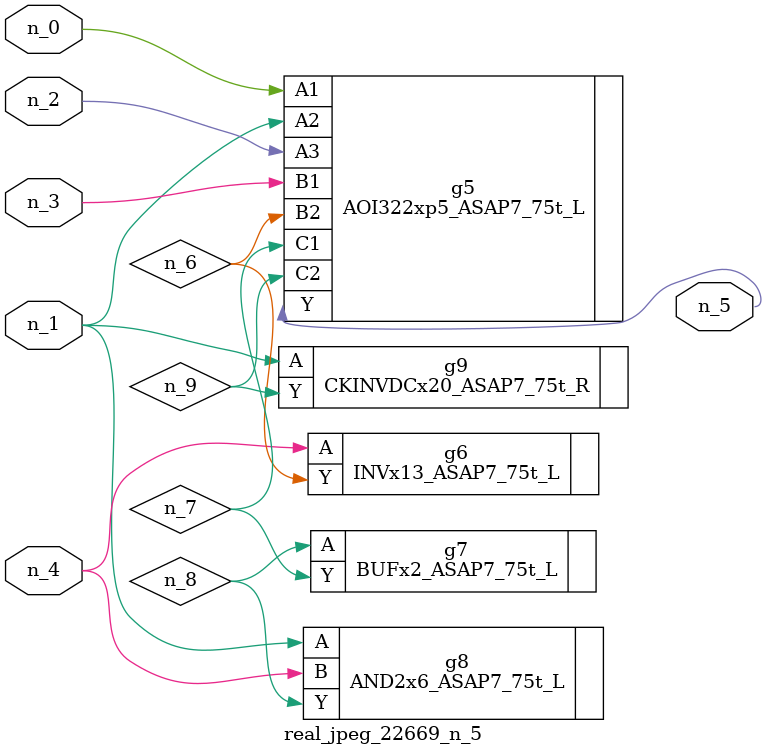
<source format=v>
module real_jpeg_22669_n_5 (n_4, n_0, n_1, n_2, n_3, n_5);

input n_4;
input n_0;
input n_1;
input n_2;
input n_3;

output n_5;

wire n_8;
wire n_6;
wire n_7;
wire n_9;

AOI322xp5_ASAP7_75t_L g5 ( 
.A1(n_0),
.A2(n_1),
.A3(n_2),
.B1(n_3),
.B2(n_6),
.C1(n_7),
.C2(n_9),
.Y(n_5)
);

AND2x6_ASAP7_75t_L g8 ( 
.A(n_1),
.B(n_4),
.Y(n_8)
);

CKINVDCx20_ASAP7_75t_R g9 ( 
.A(n_1),
.Y(n_9)
);

INVx13_ASAP7_75t_L g6 ( 
.A(n_4),
.Y(n_6)
);

BUFx2_ASAP7_75t_L g7 ( 
.A(n_8),
.Y(n_7)
);


endmodule
</source>
